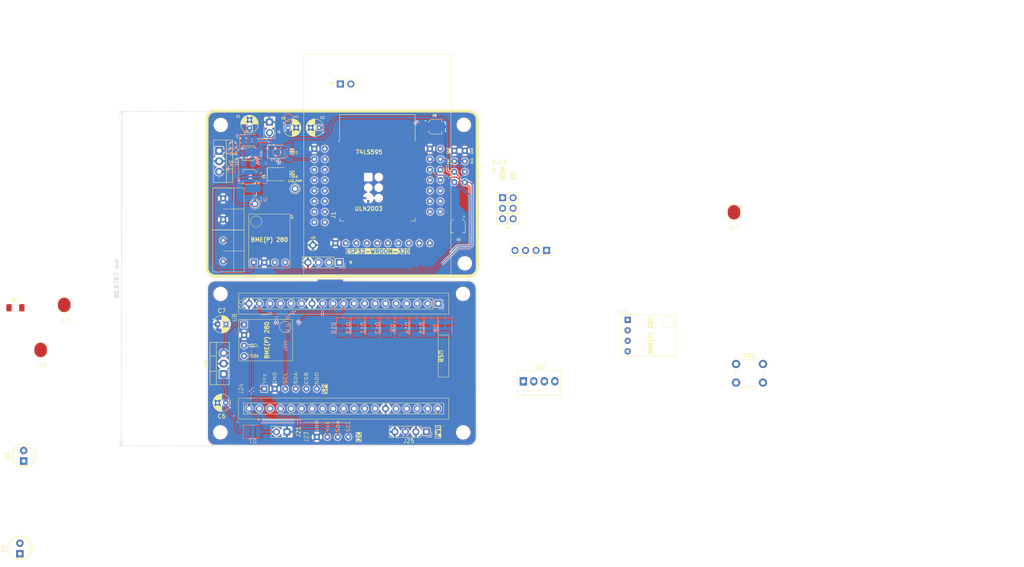
<source format=kicad_pcb>
(kicad_pcb (version 20240108) (generator "pcbnew") (generator_version "8.0")
  (layers (0 "F.Cu" signal) (31 "B.Cu" signal) (34 "B.Paste" user) (35 "F.Paste" user) (36 "B.SilkS" user "B.Silkscreen") (37 "F.SilkS" user "F.Silkscreen") (38 "B.Mask" user) (39 "F.Mask" user) (44 "Edge.Cuts" user))
  (net 0 "")
  (net 1 "GND")
  (net 2 "+3V3")
  (net 3 "+5V")
  (net 4 "/RXD")
  (net 5 "/TXD")
  (net 6 "/SDA")
  (net 7 "/GPIO_33")
  (net 8 "/SCL")
  (net 9 "/OUT3")
  (net 10 "/EN")
  (net 11 "/SOURCE2")
  (net 12 "/SOURCE1")
  (net 13 "/SOURCE3")
  (net 14 "/VDC")
  (net 15 "/DAC1")
  (net 16 "/DAC2")
  (net 17 "/GPIO39")
  (net 18 "/GPIO19")
  (net 19 "/GPIO17")
  (net 20 "/GPIO5")
  (net 21 "/GPIO18")
  (net 22 "/SD_DATA0")
  (net 23 "/ADC2_CH3")
  (net 24 "/SD_DATA3")
  (net 25 "/SD_CMD")
  (net 26 "/SD_CLK")
  (net 27 "/SD_DATA2")
  (net 28 "/SD_DATA1")
  (net 29 "/ADC2_CH0")
  (net 30 "/GPIO23")
  (net 31 "/GPIO36")
  (net 32 "/ADC2_CH2")
  (net 33 "/BOOT")
  (net 34 "/GPIO13")
  (net 35 "/SOURCE4")
  (net 36 "/SOURCE5")
  (net 37 "/SIPO_DATA")
  (net 38 "/SIPO_CLK")
  (net 39 "/SIPO_LATCH")
  (net 40 "/GPIO14")
  (net 41 "/OUT1")
  (net 42 "/VIN")
  (net 45 "Net-(D5-Pad1)")
  (net 46 "Net-(J15-Pin_1)")
  (net 47 "Net-(J19-Pin_1)")
  (net 48 "/OUT2")
  (net 60 "/RX")
  (net 65 "/TX")
  (net 76 "/SCL-2")
  (net 77 "/SDA-2")
  (net 80 "/12V")
  (net 82 "/QB-2")
  (net 83 "/QC-2")
  (net 84 "/QE-2")
  (net 85 "/QA-2")
  (net 86 "/QD-2")
  (net 87 "/QG-2")
  (net 88 "/QH-2")
  (net 89 "/QF-2")
  (net 90 "/SPI-SDO")
  (net 91 "/SPI-CSB")
  (net 92 "/SPI-SCL")
  (net 93 "/SPI-SDA")
  (net 94 "/D23")
  (net 95 "/D18")
  (footprint "Capacitor_THT:CP_Radial_D4.0mm_P2.00mm" (layer "F.Cu") (at 107 44.2 180)
    (property "Reference" "C2")
    (property "Value" "1uF")
  )
  (footprint "LED_SMD:LED_1210_3225Metric_Pad1.42x2.65mm_HandSolder" (layer "F.Cu") (at 97 55.45)
    (property "Reference" "D2")
    (property "Value" "STATUS")
  )
  (footprint "Capacitor_SMD:CP_Elec_3x5.3" (layer "F.Cu") (at 90.3 50.35 180)
    (property "Reference" "C4")
    (property "Value" "0.1uF")
  )
  (footprint "Resistor_SMD:R_1206_3216Metric_Pad1.30x1.75mm_HandSolder" (layer "F.Cu") (at 33.612 87.7585)
    (property "Reference" "R7")
    (property "Value" "4K7")
  )
  (footprint "LED_THT:LED_D5.0mm" (layer "F.Cu") (at 34.7 147.25 90)
    (property "Reference" "D6")
    (property "Value" "LED_STATUS")
  )
  (footprint "Button_Switch_THT:SW_PUSH_6mm" (layer "F.Cu") (at 207.8 101.35)
    (property "Reference" "SW1")
    (property "Value" "SW_Push")
  )
  (footprint "Connector:FanPinHeader_1x04_P2.54mm_Vertical" (layer "F.Cu") (at 156.38 105.55)
    (property "Reference" "J22")
    (property "Value" "Conn_01x04_Pin")
  )
  (footprint "Alexander Footprint Library:Pad_1x01_P2.54_SMD" (layer "F.Cu") (at 39.712 102.098)
    (property "Reference" "J19")
    (property "Value" "LED_PWR")
  )
  (footprint "Alexanddr Footprints Library:ESP32-WROOM-Adapter-Socket-2" (layer "F.Cu") (at 121.1 56.9025)
    (property "Reference" "J1")
    (property "Value" "~")
  )
  (footprint "Alexander Footprint Library:Pad_1x01_P2.54_SMD" (layer "F.Cu") (at 45.412 91.198)
    (property "Reference" "J15")
    (property "Value" "LED_PWR")
  )
  (footprint "MountingHole:MountingHole_3mm" (layer "F.Cu") (at 142 43.5)
    (property "Reference" "H1" (hide yes))
    (property "Value" "MountingHole_Pad")
  )
  (footprint "Connector_PinSocket_2.54mm:PinSocket_1x02_P2.54mm_Vertical" (layer "F.Cu") (at 99.25 117.775 -90)
    (property "Reference" "J21")
    (property "Value" "PWR")
  )
  (footprint "MountingHole:MountingHole_3mm" (layer "F.Cu") (at 83.25 43.53)
    (property "Reference" "H2" (hide yes))
    (property "Value" "MountingHole_Pad")
  )
  (footprint "Alexander Footprints Library:Conn_Terminal_5mm" (layer "F.Cu") (at 83.82 53.69)
    (property "Reference" "J9" (hide yes))
    (property "Value" "Conn_01x02_Socket")
  )
  (footprint "Alexander Footprint Library:Pad_1x01_P2.54_SMD" (layer "F.Cu") (at 207.3 68.7895)
    (property "Reference" "J17")
    (property "Value" "GND")
  )
  (footprint "MountingHole:MountingHole_3mm" (layer "F.Cu") (at 141.85 117.9)
    (property "Reference" "H4" (hide yes))
    (property "Value" "MountingHole_Pad")
  )
  (footprint "Capacitor_THT:CP_Radial_D4.0mm_P2.00mm" (layer "F.Cu") (at 82.5 91.75)
    (property "Reference" "C7")
    (property "Value" "1uF")
  )
  (footprint "Connector_PinSocket_2.54mm:PinSocket_1x04_P2.54mm_Vertical" (layer "F.Cu") (at 132.94 117.75 -90)
    (property "Reference" "J25")
    (property "Value" "PWR_SATA_Conn_01x04")
  )
  (footprint "Capacitor_SMD:CP_Elec_3x5.3" (layer "F.Cu") (at 90.4 56.05 180)
    (property "Reference" "C9")
    (property "Value" "0.1uF")
  )
  (footprint "Alexander Footprint Library:PinSocket_1x01_P2.54" (layer "F.Cu") (at 91.5 65.19)
    (property "Reference" "J7")
    (property "Value" "LED_PWR")
  )
  (footprint "Alexander Footprint Library:Conn_SPI" (layer "F.Cu") (at 88.68 107.35 90)
    (property "Reference" "J24")
    (property "Value" "~")
  )
  (footprint "Connector_PinSocket_2.54mm:PinSocket_1x02_P2.54mm_Vertical" (layer "F.Cu") (at 95.025 42.85)
    (property "Reference" "J2")
    (property "Value" "PWR")
  )
  (footprint "Connector_PinSocket_2.54mm:PinSocket_1x04_P2.54mm_Vertical" (layer "F.Cu") (at 111.94 76.8 -90)
    (property "Reference" "J6")
    (property "Value" "SOURCE")
  )
  (footprint "MountingHole:MountingHole_3mm" (layer "F.Cu") (at 83.15 117.9)
    (property "Reference" "H4" (hide yes))
    (property "Value" "MountingHole_Pad")
  )
  (footprint "Connector_PinSocket_2.54mm:PinSocket_1x04_P2.54mm_Vertical" (layer "F.Cu") (at 162 73.875 -90)
    (property "Reference" "J10" (hide yes))
    (property "Value" "ADC")
  )
  (footprint "Capacitor_SMD:CP_Elec_3x5.3" (layer "F.Cu") (at 140.6 67.85 -90)
    (property "Reference" "C5")
    (property "Value" "0.1uF")
  )
  (footprint "MountingHole:MountingHole_3mm" (layer "F.Cu") (at 141.8 84.4)
    (property "Reference" "H4" (hide yes))
    (property "Value" "MountingHole_Pad")
  )
  (footprint "Capacitor_THT:CP_Radial_D4.0mm_P2.00mm" (layer "F.Cu") (at 99.5 44.2)
    (property "Reference" "C3")
    (property "Value" "1uF")
  )
  (footprint "Alexander Footprint Library:Conn_ESP32_WROOM-DevKit-38pins" (layer "F.Cu") (at 87.54 86.75 -90)
    (property "Reference" "J20")
    (property "Value" "~")
  )
  (footprint "Capacitor_SMD:CP_Elec_3x5.3" (layer "F.Cu") (at 134.9 43.95)
    (property "Reference" "C8")
    (property "Value" "10uF")
  )
  (footprint "Alexander Footprint Library:LD1117" (layer "F.Cu") (at 83.945 103.79 90)
    (property "Reference" "U9")
    (property "Value" "L7805")
  )
  (footprint "Alexander Footprint Library:PinSocket_1x01_P2.54" (layer "F.Cu") (at 101.2 61.52)
    (property "Reference" "J18")
    (property "Value" "LED_PWR")
  )
  (footprint "Alexander Footprint Library:Conn_I2C" (layer "F.Cu") (at 98.84 119 90)
    (property "Reference" "J23")
    (property "Value" "I2C")
  )
  (footprint "Capacitor_THT:CP_Radial_D4.0mm_P2.00mm" (layer "F.Cu") (at 84.4726 110.75 180)
    (property "Reference" "C6")
    (property "Value" "1uF")
  )
  (footprint "Alexander Footprint Library:BME280_BMP280_I2C" (layer "F.Cu") (at 180.3 89.45)
    (property "Reference" "U10")
    (property "Value" "BME(P)280")
  )
  (footprint "MountingHole:MountingHole_3mm" (layer "F.Cu") (at 83.2 84.4)
    (property "Reference" "H4" (hide yes))
    (property "Value" "MountingHole_Pad")
  )
  (footprint "Connector_PinSocket_2.54mm:PinSocket_1x02_P2.54mm_Vertical" (layer "F.Cu") (at 112.15 33.625 90)
    (property "Reference" "J5")
    (property "Value" "DAC")
  )
  (footprint "Alexander Footprint Library:CONN_2x3" (layer "F.Cu") (at 151.36 56.07)
    (property "Reference" "J14")
    (property "Value" "GPIO")
  )
  (footprint "Alexander Footprints Library:Conn_UART" (layer "F.Cu") (at 139.7 42.15)
    (property "Reference" "J3" (hide yes))
    (property "Value" "UART")
  )
  (footprint "Alexander Footprint Library:PinSocket_1x01_P2.54" (layer "F.Cu") (at 105.5 75.19)
    (property "Reference" "J16")
    (property "Value" "GND")
  )
  (footprint "Capacitor_THT:CP_Radial_D4.0mm_P2.00mm" (layer "F.Cu") (at 90.2 44.3 90)
    (property "Reference" "C1")
    (property "Value" "1uF")
  )
  (footprint "Alexander Footprint Library:BME280_BMP280_I2C" (layer "F.Cu") (at 90 78.1 90)
    (property "Reference" "U7")
    (property "Value" "BME(P)280")
  )
  (footprint "Alexander Footprint Library:LD1117" (layer "F.Cu") (at 82.855 49.77 -90)
    (property "Reference" "U4")
    (property "Value" "L7805")
  )
  (footprint "Alexander Footprints Library:Conn_I2C" (layer "F.Cu") (at 142.24 42.15)
    (property "Reference" "J4" (hide yes))
    (property "Value" "I2C")
  )
  (footprint "LED_THT:LED_D5.0mm" (layer "F.Cu") (at 35.612 124.8335 90)
    (property "Reference" "D5")
    (property "Value" "LED_PWR")
  )
  (footprint "Alexander Footprint Library:BME280_BMP280_I2C" (layer "F.Cu") (at 87.6 90.59)
    (property "Reference" "U8")
    (property "Value" "BME(P)280")
  )
  (footprint "LED_SMD:LED_1210_3225Metric_Pad1.42x2.65mm_HandSolder" (layer "F.Cu") (at 97 50)
    (property "Reference" "D1")
    (property "Value" "PWR")
  )
  (footprint "MountingHole:MountingHole_3mm" (layer "F.Cu") (at 142.25 77)
    (property "Reference" "H4" (hide yes))
    (property "Value" "MountingHole_Pad")
  )
  (footprint "Alexander Footprints Library:Conn_Terminal_5mm" (layer "F.Cu") (at 83.82 63.85)
    (property "Reference" "J8" (hide yes))
    (property "Value" "Conn_01x02_Socket")
  )
  (footprint "TestPoint:TestPoint_Pad_D1.5mm" (layer "B.Cu") (at 99.5 41.75 180)
    (property "Reference" "TP4")
    (property "Value" "5V")
  )
  (footprint "LED_SMD:LED_1210_3225Metric_Pad1.42x2.65mm_HandSolder" (layer "B.Cu") (at 127.1 92.65 -90)
    (property "Reference" "D9")
    (property "Value" "PWR")
  )
  (footprint "TestPoint:TestPoint_Pad_D1.5mm" (layer "B.Cu") (at 96.8 50.15 180)
    (property "Reference" "TP3")
    (property "Value" "3V3")
  )
  (footprint "LED_SMD:LED_1210_3225Metric_Pad1.42x2.65mm_HandSolder" (layer "B.Cu") (at 119.9 92.65 -90)
    (property "Reference" "D11")
    (property "Value" "PWR")
  )
  (footprint "Diode_SMD:D_1210_3225Metric" (layer "B.Cu") (at 91 117.75)
    (property "Reference" "D7")
    (property "Value" "D")
  )
  (footprint "LED_SMD:LED_1210_3225Metric_Pad1.42x2.65mm_HandSolder" (layer "B.Cu") (at 134.1 92.65 -90)
    (property "Reference" "D15")
    (property "Value" "PWR")
  )
  (footprint "Resistor_SMD:R_1206_3216Metric_Pad1.30x1.75mm_HandSolder" (layer "B.Cu") (at 99.7 50.25 -90)
    (property "Reference" "R1")
    (property "Value" "10K")
  )
  (footprint "Diode_SMD:D_1210_3225Metric" (layer "B.Cu") (at 90.1 47.4)
    (property "Reference" "D4")
    (property "Value" "D")
  )
  (footprint "LED_SMD:LED_1210_3225Metric_Pad1.42x2.65mm_HandSolder" (layer "B.Cu") (at 130.6 92.65 -90)
    (property "Reference" "D14")
    (property "Value" "PWR")
  )
  (footprint "TestPoint:TestPoint_Pad_D1.5mm" (layer "B.Cu") (at 86.2 48.45 180)
    (property "Reference" "TP1")
    (property "Value" "VIN")
  )
  (footprint "LED_SMD:LED_1210_3225Metric_Pad1.42x2.65mm_HandSolder" (layer "B.Cu") (at 123.5 92.65 -90)
    (property "Reference" "D12")
    (property "Value" "PWR")
  )
  (footprint "TestPoint:TestPoint_Pad_D1.5mm" (layer "B.Cu") (at 85.9 54.15 180)
    (property "Reference" "TP2")
    (property "Value" "GND")
  )
  (footprint "LED_SMD:LED_1210_3225Metric_Pad1.42x2.65mm_HandSolder" (layer "B.Cu") (at 116.4 92.65 -90)
    (property "Reference" "D13")
    (property "Value" "PWR")
  )
  (footprint "LED_SMD:LED_1210_3225Metric_Pad1.42x2.65mm_HandSolder" (layer "B.Cu") (at 112.8 92.65 -90)
    (property "Reference" "D10")
    (property "Value" "PWR")
  )
  (footprint "Package_TO_SOT_SMD:SOT-223-3_TabPin2" (layer "B.Cu") (at 91 55.75 -90)
    (property "Reference" "U1")
    (property "Value" "MAX1726EUK33")
  )
  (footprint "LED_SMD:LED_1210_3225Metric_Pad1.42x2.65mm_HandSolder" (layer "B.Cu") (at 137.5 92.65 -90)
    (property "Reference" "D8")
    (property "Value" "PWR")
  )
  (gr_line (start 145.25 42.11421) (end 145.25 78.085782) (stroke (width 0.75)) (layer "F.SilkS"))
  (gr_line (start 81.914218 40.164218) (end 143.08579 40.164218) (stroke (width 0.75)) (layer "F.SilkS"))
  (gr_arc (start 145.25 78.085782) (mid 144.66422 79.500007) (end 143.25 80.085782) (stroke (width 0.75)) (layer "F.SilkS"))
  (gr_line (start 79.914218 42.11421) (end 79.914218 78.085782) (stroke (width 0.75)) (layer "F.SilkS"))
  (gr_arc (start 81.914218 80.085782) (mid 80.499999 79.500001) (end 79.914218 78.085782) (stroke (width 0.75)) (layer "F.SilkS"))
  (gr_arc (start 143.25 40.25) (mid 144.664214 40.835786) (end 145.25 42.25) (stroke (width 0.75)) (layer "F.SilkS"))
  (gr_arc (start 79.914218 42.164218) (mid 80.499999 40.749999) (end 81.914218 40.164218) (stroke (width 0.75)) (layer "F.SilkS"))
  (gr_line (start 81.914214 80.085782) (end 143.085786 80.085782) (stroke (width 0.75)) (layer "F.SilkS"))
  (gr_line (start 82.014214 80.235786) (end 106.4 80.25) (stroke (width 0.1)) (layer "Edge.Cuts"))
  (gr_line (start 80 42.25) (end 80.014214 78.235786) (stroke (width 0.1)) (layer "Edge.Cuts"))
  (gr_arc (start 79.921321 83.157107) (mid 80.507106 81.742896) (end 81.921321 81.157107) (stroke (width 0.1)) (layer "Edge.Cuts"))
  (gr_line (start 81.921321 121.128679) (end 143.107107 121.142893) (stroke (width 0.1)) (layer "Edge.Cuts"))
  (gr_arc (start 81.921321 121.128679) (mid 80.507101 120.542899) (end 79.921321 119.128679) (stroke (width 0.1)) (layer "Edge.Cuts"))
  (gr_line (start 143.092893 81.157107) (end 113 81.15) (stroke (width 0.1)) (layer "Edge.Cuts"))
  (gr_arc (start 145.107107 119.142893) (mid 144.521321 120.557107) (end 143.107107 121.142893) (stroke (width 0.1)) (layer "Edge.Cuts"))
  (gr_line (start 106.4 81.15) (end 81.921321 81.157107) (stroke (width 0.1)) (layer "Edge.Cuts"))
  (gr_arc (start 143.185786 40.264214) (mid 144.600004 40.849996) (end 145.185786 42.264214) (stroke (width 0.1)) (layer "Edge.Cuts"))
  (gr_line (start 113 80.25) (end 143.185786 80.235786) (stroke (width 0.1)) (layer "Edge.Cuts"))
  (gr_arc (start 82.014214 80.235786) (mid 80.599996 79.650004) (end 80.014214 78.235786) (stroke (width 0.1)) (layer "Edge.Cuts"))
  (gr_line (start 145.185786 42.264214) (end 145.185786 78.235786) (stroke (width 0.1)) (layer "Edge.Cuts"))
  (gr_arc (start 80 42.25) (mid 80.585786 40.835786) (end 82 40.25) (stroke (width 0.1)) (layer "Edge.Cuts"))
  (gr_line (start 145.107107 119.142893) (end 145.092893 83.157107) (stroke (width 0.1)) (layer "Edge.Cuts"))
  (gr_line (start 79.921321 119.128679) (end 79.921321 83.157107) (stroke (width 0.1)) (layer "Edge.Cuts"))
  (gr_line (start 106.4 81.15) (end 106.4 80.25) (stroke (width 0.1)) (layer "Edge.Cuts"))
  (gr_arc (start 145.185786 78.235786) (mid 144.600004 79.650004) (end 143.185786 80.235786) (stroke (width 0.1)) (layer "Edge.Cuts"))
  (gr_arc (start 143.092893 81.157107) (mid 144.507112 81.742888) (end 145.092893 83.157107) (stroke (width 0.1)) (layer "Edge.Cuts"))
  (gr_line (start 113 81.15) (end 113 80.25) (stroke (width 0.1)) (layer "Edge.Cuts"))
  (gr_line (start 143.185786 40.264214) (end 82 40.25) (stroke (width 0.1)) (layer "Edge.Cuts"))
  (gr_text "SCL" (at 90.4 96.85 0) (layer "F.SilkS") (effects (font (size 0.7 0.7) (thickness 0.125) (bold yes)) (justify left)))
  (gr_text "SDA" (at 90.4 99.45 0) (layer "F.SilkS") (effects (font (size 0.7 0.7) (thickness 0.125) (bold yes)) (justify left)))
  (gr_text "PWR" (at 136.4 119.55 90) (layer "F.SilkS" knockout) (effects (font (size 1 1) (thickness 0.25) (bold yes)) (justify left bottom)))
  (gr_text "74LS595" (at 119.057143 50.1 0) (layer "F.SilkS") (effects (font (size 1 1) (thickness 0.2) (bold yes))))
  (gr_text "ULN2003" (at 115.5 64.374 0) (layer "F.SilkS") (effects (font (size 1 1) (thickness 0.2) (bold yes)) (justify left bottom)))
  (dimension (type aligned) (layer "Edge.Cuts") (pts (xy 81.921321 121.128679) (xy 82 40.25)) (height -22.6907) (gr_text "80.8787 mm" (at 58.119973 80.666146 89.94426182) (layer "Edge.Cuts") (effects (font (size 1 1) (thickness 0.15)))) (format (prefix "") (suffix "") (units 3) (units_format 1) (precision 4)) (style (thickness 0.1) (arrow_length 1.27) (text_position_mode 0) (extension_height 0.58642) (extension_offset 0.5) keep_text_aligned))
  (segment (start 84.21 66) (end 83.82 66.39) (width 0.5) (layer "F.Cu") (net 1))
  (segment (start 95.5 54.8625) (end 95.5125 54.85) (width 0.25) (layer "F.Cu") (net 1))
  (segment (start 95.5 55.4625) (end 95.5125 55.45) (width 0.25) (layer "F.Cu") (net 1))
  (segment (start 91.5 59.65) (end 91.9 59.25) (width 0.5) (layer "F.Cu") (net 2))
  (segment (start 90.08 108.57) (end 90.08 112.15) (width 0.5) (layer "F.Cu") (net 2))
  (segment (start 91.3 107.35) (end 90.08 108.57) (width 0.5) (layer "F.Cu") (net 2))
  (segment (start 91.9 59.25) (end 91.9 56.05) (width 0.5) (layer "F.Cu") (net 2))
  (segment (start 130.5 42.95) (end 131.5 43.95) (width 0.5) (layer "F.Cu") (net 2))
  (segment (start 131.5 43.95) (end 133.4 43.95) (width 0.5) (layer "F.Cu") (net 2))
  (segment (start 93.76 107.35) (end 91.3 107.35) (width 0.5) (layer "F.Cu") (net 2))
  (segment (start 91.5 62.62) (end 91.5 59.65) (width 0.5) (layer "F.Cu") (net 2))
  (segment (start 98.4875 50) (end 101.05 50) (width 0.5) (layer "F.Cu") (net 2))
  (via (at 130.5 42.95) (size 0.8) (drill 0.4) (layers "F.Cu" "B.Cu") (net 2))
  (segment (start 96.075 48.7) (end 97.525 48.7) (width 0.5) (layer "B.Cu") (net 2))
  (segment (start 109.408578 44.2) (end 107 44.2) (width 0.5) (layer "B.Cu") (net 2))
  (segment (start 93.21 115.25) (end 101 115.25) (width 0.5) (layer "B.Cu") (net 2))
  (segment (start 81.3 75.997918) (end 81.3 59.75104) (width 0.5) (layer "B.Cu") (net 2))
  (segment (start 93.3 54.905025) (end 93.3 52.6) (width 0.5) (layer "B.Cu") (net 2))
  (segment (start 100 48.7) (end 100 48.03033) (width 0.5) (layer "B.Cu") (net 2))
  (segment (start 137.9 51.55) (end 138.66 52.31) (width 0.5) (layer "B.Cu") (net 2))
  (segment (start 109 117.5) (end 109 119) (width 0.5) (layer "B.Cu") (net 2))
  (segment (start 84.202081 78.9) (end 89.990883 78.9) (width 0.5) (layer "B.Cu") (net 2))
  (segment (start 109.75 45) (end 109.75 44.141421) (width 0.5) (layer "B.Cu") (net 2))
  (segment (start 109.75 43.858578) (end 109.75 44.141421) (width 0.5) (layer "B.Cu") (net 2))
  (segment (start 138.66 52.31) (end 139.7 52.31) (width 0.5) (layer "B.Cu") (net 2))
  (segment (start 104.722182 46.75) (end 106.277817 46.75) (width 0.5) (layer "B.Cu") (net 2))
  (segment (start 139.7 52.31) (end 142.24 52.31) (width 0.5) (layer "B.Cu") (net 2))
  (segment (start 129.1 41.75) (end 136.8 41.75) (width 0.5) (layer "B.Cu") (net 2))
  (segment (start 112.31066 41.75) (end 129.1 41.75) (width 0.5) (layer "B.Cu") (net 2))
  (segment (start 88.207106 62.75) (end 91.5 62.75) (width 0.5) (layer "B.Cu") (net 2))
  (segment (start 86.5 61.042893) (end 86.5 57.5) (width 0.5) (layer "B.Cu") (net 2))
  (segment (start 106.277817 46.75) (end 108 46.75) (width 0.5) (layer "B.Cu") (net 2))
  (segment (start 101 115.25) (end 102.5 116.75) (width 0.5) (layer "B.Cu") (net 2))
  (segment (start 137.9 42.85) (end 137.9 51.55) (width 0.5) (layer "B.Cu") (net 2))
  (segment (start 91.22 77.670883) (end 91.22 76.8) (width 0.5) (layer "B.Cu") (net 2))
  (segment (start 89.455634 56.1) (end 92.105025 56.1) (width 0.5) (layer "B.Cu") (net 2))
  (segment (start 96.075 48.7) (end 95.177817 48.7) (width 0.5) (layer "B.Cu") (net 2))
  (segment (start 90.11 112.15) (end 93.21 115.25) (width 0.5) (layer "B.Cu") (net 2))
  (segment (start 136.8 41.75) (end 137.9 42.85) (width 0.5) (layer "B.Cu") (net 2))
  (segment (start 108.25 116.75) (end 109 117.5) (width 0.5) (layer "B.Cu") (net 2))
  (segment (start 104.722182 46.75) (end 101.28033 46.75) (width 0.5) (layer "B.Cu") (net 2))
  (segment (start 110.015165 42.984834) (end 110.5 42.5) (width 0.5) (layer "B.Cu") (net 2))
  (segment (start 108 46.75) (end 109.75 45) (width 0.5) (layer "B.Cu") (net 2))
  (segment (start 96.8 49.425) (end 96.8 50.15) (width 0.25) (layer "B.Cu") (net 2))
  (segment (start 109.75 43.858578) (end 109.75 43.625) (width 0.5) (layer "B.Cu") (net 2))
  (segment (start 93.3 52.6) (end 93.3 50.577817) (width 0.5) (layer "B.Cu") (net 2))
  (segment (start 82.75104 58.3) (end 84.144365 58.3) (width 0.5) (layer "B.Cu") (net 2))
  (segment (start 130.5 42.95) (end 129.3 41.75) (width 0.5) (layer "B.Cu") (net 2))
  (segment (start 102.5 116.75) (end 108.25 116.75) (width 0.5) (layer "B.Cu") (net 2))
  (segment (start 129.3 41.75) (end 129.1 41.75) (width 0.5) (layer "B.Cu") (net 2))
  (segment (start 100 48.7) (end 97.525 48.7) (width 0.5) (layer "B.Cu") (net 2))
  (arc (start 93.3 54.905025) (mid 93.209037 55.362322) (end 92.95 55.75) (width 0.5) (layer "B.Cu") (net 2))
  (arc (start 86.8 57.2) (mid 85.581584 58.014119) (end 84.144365 58.3) (width 0.5) (layer "B.Cu") (net 2))
  (arc (start 89.455634 56.1) (mid 88.018415 56.38588) (end 86.8 57.2) (width 0.5) (layer "B.Cu") (net 2))
  (arc (start 86.5 61.042893) (mid 86.629945 61.696174) (end 87 62.25) (width 0.5) (layer "B.Cu") (net 2))
  (arc (start 82.75104 58.3) (mid 82.195751 58.410453) (end 81.725 58.725) (width 0.5) (layer "B.Cu") (net 2))
  (arc (start 92.95 55.75) (mid 92.562322 56.009037) (end 92.105025 56.1) (width 0.5) (layer "B.Cu") (net 2))
  (arc (start 109.75 43.625) (mid 109.818914 43.278544) (end 110.015165 42.984834) (width 0.5) (layer "B.Cu") (net 2))
  (arc (start 95.177817 48.7) (mid 94.459207 48.84294) (end 93.85 49.25) (width 0.5) (layer "B.Cu") (net 2))
  (arc (start 96.8 49.425) (mid 96.587652 48.912347) (end 96.075 48.7) (width 0.25) (layer "B.Cu") (net 2))
  (arc (start 82.15 78.05) (mid 83.091502 78.679092) (end 84.202081 78.9) (width 0.5) (layer "B.Cu") (net 2))
  (arc (start 109.75 44.141421) (mid 109.713838 44.087301) (end 109.65 44.1) (width 0.5) (layer "B.Cu") (net 2))
  (arc (start 93.85 49.25) (mid 93.44294 49.859207) (end 93.3 50.577817) (width 0.5) (layer "B.Cu") (net 2))
  (arc (start 90.86 78.54) (mid 90.461245 78.806439) (end 89.990883 78.9) (width 0.5) (layer "B.Cu") (net 2))
  (arc (start 109.65 44.1) (mid 109.539234 44.17401) (end 109.408578 44.2) (width 0.5) (layer "B.Cu") (net 2))
  (arc (start 87 62.25) (mid 87.553825 62.620054) (end 88.207106 62.75) (width 0.5) (layer "B.Cu") (net 2))
  (arc (start 81.725 58.725) (mid 81.410453 59.195751) (end 81.3 59.75104) (width 0.5) (layer "B.Cu") (net 2))
  (arc (start 101.28033 46.75) (mid 100.790368 46.847459) (end 100.375 47.125) (width 0.5) (layer "B.Cu") (net 2))
  (arc (start 91.22 77.670883) (mid 91.126439 78.141245) (end 90.86 78.54) (width 0.5) (layer "B.Cu") (net 2))
  (arc (start 110.5 42.5) (mid 111.330737 41.944918) (end 112.31066 41.75) (width 0.5) (layer "B.Cu") (net 2))
  (arc (start 109.65 44.1) (mid 109.72401 43.989234) (end 109.75 43.858578) (width 0.5) (layer "B.Cu") (net 2))
  (arc (start 100.375 47.125) (mid 100.097459 47.540368) (end 100 48.03033) (width 0.5) (layer "B.Cu") (net 2))
  (arc (start 81.3 75.997918) (mid 81.520907 77.108496) (end 82.15 78.05) (width 0.5) (layer "B.Cu") (net 2))
  (segment (start 99.5 45.693413) (end 99.5 44.2) (width 0.5) (layer "F.Cu") (net 3))
  (segment (start 98.6375 46.9625) (end 99.2125 46.3875) (width 0.5) (layer "F.Cu") (net 3))
  (segment (start 83.945 98.71) (end 86.21 98.71) (width 0.5) (layer "F.Cu") (net 3))
  (segment (start 86.75 99.25) (end 86.75 100) (width 0.5) (layer "F.Cu") (net 3))
  (segment (start 127.86 116.39) (end 129 115.25) (width 0.5) (layer "F.Cu") (net 3))
  (segment (start 129 115.25) (end 135.25 115.25) (width 0.5) (layer "F.Cu") (net 3))
  (segment (start 135.81 114.69) (end 135.81 112.15) (width 0.5) (layer "F.Cu") (net 3))
  (segment (start 86.75 114.25) (end 87.75 115.25) (width 0.5) (layer "F.Cu") (net 3))
  (segment (start 86.75 100) (end 86.75 114.25) (width 0.5) (layer "F.Cu") (net 3))
  (segment (start 88.1 47.25) (end 97.943413 47.25) (width 0.5) (layer "F.Cu") (net 3))
  (segment (start 84.9 54.85) (end 85.4 54.35) (width 0.5) (layer "F.Cu") (net 3))
  (segment (start 85.4 54.35) (end 85.4 49.95) (width 0.5) (layer "F.Cu") (net 3))
  (segment (start 127.86 118.65) (end 127.86 116.39) (width 0.5) (layer "F.Cu") (net 3))
  (segment (start 86.21 98.71) (end 86.75 99.25) (width 0.5) (layer "F.Cu") (net 3))
  (segment (start 135.25 115.25) (end 135.81 114.69) (width 0.5) (layer "F.Cu") (net 3))
  (segment (start 82.855 54.85) (end 84.9 54.85) (width 0.5) (layer "F.Cu") (net 3))
  (segment (start 85.4 49.95) (end 88.1 47.25) (width 0.5) (layer "F.Cu") (net 3))
  (segment (start 87.75 115.25) (end 129 115.25) (width 0.5) (layer "F.Cu") (net 3))
  (arc (start 97.943413 47.25) (mid 98.31905 47.175281) (end 98.6375 46.9625) (width 0.5) (layer "F.Cu") (net 3))
  (arc (start 99.5 45.693413) (mid 99.425281 46.06905) (end 99.2125 46.3875) (width 0.5) (layer "F.Cu") (net 3))
  (segment (start 83.945 97.305) (end 84.5 96.75) (width 0.5) (layer "B.Cu") (net 3))
  (segment (start 84.5 94.05) (end 84.5 91.75) (width 0.5) (layer "B.Cu") (net 3))
  (segment (start 88.9 91.81) (end 86.74 91.81) (width 0.5) (layer "B.Cu") (net 3))
  (segment (start 83.945 98.71) (end 83.945 97.305) (width 0.5) (layer "B.Cu") (net 3))
  (segment (start 86.74 91.81) (end 84.5 94.05) (width 0.5) (layer "B.Cu") (net 3))
  (segment (start 84.5 96.75) (end 84.5 94.05) (width 0.5) (layer "B.Cu") (net 3))
  (segment (start 99.5 42.25) (end 99.5 44.2) (width 0.25) (layer "B.Cu") (net 3))
  (segment (start 139.7 57.35) (end 139.7 57.39) (width 0.25) (layer "F.Cu") (net 4))
  (segment (start 140.3 57.45) (end 139.3 57.45) (width 0.25) (layer "F.Cu") (net 4))
  (segment (start 139.04 57.39) (end 139.7 57.39) (width 0.25) (layer "F.Cu") (net 4))
  (segment (start 143.1 72.15) (end 142.918198 72.331802) (width 0.25) (layer "B.Cu") (net 4))
  (segment (start 134.413604 78.15) (end 131.8 78.15) (width 0.25) (layer "B.Cu") (net 4))
  (segment (start 140.231802 72.331802) (end 134.413604 78.15) (width 0.25) (layer "B.Cu") (net 4))
  (segment (start 131.8 78.15) (end 131.4 77.75) (width 0.25) (layer "B.Cu") (net 4))
  (segment (start 143.1 60.79) (end 143.1 72.15) (width 0.25) (layer "B.Cu") (net 4))
  (segment (start 137.96 55.65) (end 139.7 57.39) (width 0.25) (layer "B.Cu") (net 4))
  (segment (start 133.8 54.3625) (end 135.0875 55.65) (width 0.25) (layer "B.Cu") (net 4))
  (segment (start 135.0875 55.65) (end 137.96 55.65) (width 0.25) (layer "B.Cu") (net 4))
  (segment (start 139.7 57.39) (end 143.1 60.79) (width 0.25) (layer "B.Cu") (net 4))
  (segment (start 142.918198 72.331802) (end 140.231802 72.331802) (width 0.25) (layer "B.Cu") (net 4))
  (segment (start 143.4 73.25) (end 140.7 73.25) (width 0.25) (layer "F.Cu") (net 5))
  (segment (start 138 52.25) (end 137.5725 51.8225) (width 0.25) (layer "F.Cu") (net 5))
  (segment (start 143.453 56.303) (end 144 56.85) (width 0.25) (layer "F.Cu") (net 5))
  (segment (start 144 56.85) (end 144 72.65) (width 0.25) (layer "F.Cu") (net 5))
  (segment (start 139.7 54.85) (end 141.153 56.303) (width 0.25) (layer "F.Cu") (net 5))
  (segment (start 141.153 56.303) (end 143.453 56.303) (width 0.25) (layer "F.Cu") (net 5))
  (segment (start 139.7 54.85) (end 138.3 54.85) (width 0.25) (layer "F.Cu") (net 5))
  (segment (start 144 72.65) (end 143.4 73.25) (width 0.25) (layer "F.Cu") (net 5))
  (segment (start 137.5725 51.8225) (end 136.34 51.8225) (width 0.25) (layer "F.Cu") (net 5))
  (segment (start 140.7 73.25) (end 136.9 77.05) (width 0.25) (layer "F.Cu") (net 5))
  (segment (start 138 54.55) (end 138 52.25) (width 0.25) (layer "F.Cu") (net 5))
  (segment (start 138.3 54.85) (end 138 54.55) (width 0.25) (layer "F.Cu") (net 5))
  (segment (start 139.7 54.85) (end 139.5 54.85) (width 0.25) (layer "F.Cu") (net 5))
  (segment (start 142.24 54.85) (end 142.24 55.51) (width 0.25) (layer "F.Cu") (net 6))
  (segment (start 98.84 76.8) (end 98.84 78.09) (width 0.25) (layer "B.Cu") (net 6))
  (segment (start 141 57.95) (end 141 56.09) (width 0.25) (layer "B.Cu") (net 6))
  (segment (start 130.14 78.09) (end 130.7 78.65) (width 0.25) (layer "B.Cu") (net 6))
  (segment (start 140.990501 53.600501) (end 142.24 54.85) (width 0.25) (layer "B.Cu") (net 6))
  (segment (start 136.34 54.3625) (end 137.101999 53.600501) (width 0.25) (layer "B.Cu") (net 6))
  (segment (start 143.281802 72.781802) (end 143.55 72.513604) (width 0.25) (layer "B.Cu") (net 6))
  (segment (start 99.4 78.65) (end 130.7 78.65) (width 0.25) (layer "B.Cu") (net 6))
  (segment (start 130.7 78.65) (end 134.55 78.65) (width 0.25) (layer "B.Cu") (net 6))
  (segment (start 143.55 72.513604) (end 143.55 60.5) (width 0.25) (layer "B.Cu") (net 6))
  (segment (start 143.55 60.5) (end 141 57.95) (width 0.25) (layer "B.Cu") (net 6))
  (segment (start 140.418198 72.781802) (end 143.281802 72.781802) (width 0.25) (layer "B.Cu") (net 6))
  (segment (start 98.84 78.09) (end 99.4 78.65) (width 0.25) (layer "B.Cu") (net 6))
  (segment (start 141 56.09) (end 142.24 54.85) (width 0.25) (layer "B.Cu") (net 6))
  (segment (start 137.101999 53.600501) (end 140.990501 53.600501) (width 0.25) (layer "B.Cu") (net 6))
  (segment (start 134.55 78.65) (end 140.418198 72.781802) (width 0.25) (layer "B.Cu") (net 6))
  (segment (start 135.1 55.15) (end 135.6 55.65) (width 0.25) (layer "F.Cu") (net 8))
  (segment (start 133.8 51.8225) (end 135.1 53.1225) (width 0.25) (layer "F.Cu") (net 8))
  (segment (start 141.603604 57.39) (end 142.24 57.39) (width 0.25) (layer "F.Cu") (net 8))
  (segment (start 143.231802 72.781802) (end 140.368198 72.781802) (width 0.25) (layer "F.Cu") (net 8))
  (segment (start 143.5 72.513604) (end 143.231802 72.781802) (width 0.25) (layer "F.Cu") (net 8))
  (segment (start 137.3 55.65) (end 137.8 56.15) (width 0.25) (layer "F.Cu") (net 8))
  (segment (start 135.1 53.1225) (end 135.1 55.15) (width 0.25) (layer "F.Cu") (net 8))
  (segment (start 142.24 57.39) (end 143.5 58.65) (width 0.25) (layer "F.Cu") (net 8))
  (segment (start 135.6 55.65) (end 137.3 55.65) (width 0.25) (layer "F.Cu") (net 8))
  (segment (start 140.368198 72.781802) (end 138.9 74.25) (width 0.25) (layer "F.Cu") (net 8))
  (segment (start 143.5 58.65) (end 143.5 72.513604) (width 0.25) (layer "F.Cu") (net 8))
  (segment (start 140.363604 56.15) (end 141.603604 57.39) (width 0.25) (layer "F.Cu") (net 8))
  (segment (start 137.8 56.15) (end 140.363604 56.15) (width 0.25) (layer "F.Cu") (net 8))
  (segment (start 140.6 73.3) (end 143.4 73.3) (width 0.25) (layer "B.Cu") (net 8))
  (segment (start 144 72.7) (end 144 57.95) (width 0.25) (layer "B.Cu") (net 8))
  (segment (start 144 57.95) (end 143.44 57.39) (width 0.25) (layer "B.Cu") (net 8))
  (segment (start 96.3 78.45) (end 96.95 79.1) (width 0.25) (layer "B.Cu") (net 8))
  (segment (start 96.95 79.1) (end 134.8 79.1) (width 0.25) (layer "B.Cu") (net 8))
  (segment (start 143.44 57.39) (end 142.24 57.39) (width 0.25) (layer "B.Cu") (net 8))
  (segment (start 134.8 79.1) (end 140.6 73.3) (width 0.25) (layer "B.Cu") (net 8))
  (segment (start 143.4 73.3) (end 144 72.7) (width 0.25) (layer "B.Cu") (net 8))
  (segment (start 96.3 76.8) (end 96.3 78.45) (width 0.25) (layer "B.Cu") (net 8))
  (segment (start 91.8 52.25) (end 92.3 52.75) (width 0.25) (layer "F.Cu") (net 10))
  (segment (start 92.3 52.75) (end 96.9 52.75) (width 0.25) (layer "F.Cu") (net 10))
  (segment (start 96.9 52.75) (end 97.2 52.45) (width 0.25) (layer "F.Cu") (net 10))
  (segment (start 91.8 50.35) (end 91.8 52.25) (width 0.25) (layer "F.Cu") (net 10))
  (via (at 97.2 52.45) (size 0.8) (drill 0.4) (layers "F.Cu" "B.Cu") (net 10))
  (segment (start 101.4 51.8) (end 101.45 51.8) (width 0.25) (layer "B.Cu") (net 10))
  (segment (start 105.86 51.8225) (end 101.4225 51.8225) (width 0.25) (layer "B.Cu") (net 10))
  (segment (start 99.7 51.8) (end 101.4 51.8) (width 0.25) (layer "B.Cu") (net 10))
  (segment (start 97.2 52.45) (end 97.85 51.8) (width 0.25) (layer "B.Cu") (net 10))
  (segment (start 97.85 51.8) (end 99.7 51.8) (width 0.25) (layer "B.Cu") (net 10))
  (segment (start 101.4225 51.8225) (end 101.4 51.8) (width 0.25) (layer "B.Cu") (net 10))
  (segment (start 86.37 71.47) (end 88 73.1) (width 0.5) (layer "F.Cu") (net 11))
  (segment (start 88 73.1) (end 99 73.1) (width 0.5) (layer "F.Cu") (net 11))
  (segment (start 83.82 71.47) (end 86.37 71.47) (width 0.5) (layer "F.Cu") (net 11))
  (segment (start 86.275 76.55) (end 88.075 74.75) (width 0.5) (layer "F.Cu") (net 12))
  (segment (start 83.82 76.55) (end 86.275 76.55) (width 0.5) (layer "F.Cu") (net 12))
  (segment (start 88.075 74.75) (end 99.75 74.75) (width 0.5) (layer "F.Cu") (net 12))
  (segment (start 96.71 117.775) (end 92.425 117.775) (width 0.5) (layer "B.Cu") (net 14))
  (segment (start 92.425 117.775) (end 92.4 117.75) (width 0.5) (layer "B.Cu") (net 14))
  (segment (start 95.025 46.674479) (end 95.025 45.39) (width 0.5) (layer "B.Cu") (net 14))
  (segment (start 94.299479 47.4) (end 91.5 47.4) (width 0.5) (layer "B.Cu") (net 14))
  (arc (start 95.025 46.674479) (mid 94.969773 46.952124) (end 94.8125 47.1875) (width 0.5) (layer "B.Cu") (net 14))
  (arc (start 94.8125 47.1875) (mid 94.577124 47.344773) (end 94.299479 47.4) (width 0.5) (layer "B.Cu") (net 14))
  (segment (start 136.34 64.5225) (end 138.7725 64.5225) (width 0.25) (layer "F.Cu") (net 33))
  (segment (start 138.7725 64.5225) (end 140.6 66.35) (width 0.25) (layer "F.Cu") (net 33))
  (segment (start 89.5 46.25) (end 87.71 46.25) (width 0.5) (layer "F.Cu") (net 42))
  (segment (start 87.71 46.25) (end 84.19 49.77) (width 0.5) (layer "F.Cu") (net 42))
  (segment (start 90.2 45.55) (end 89.5 46.25) (width 0.5) (layer "F.Cu") (net 42))
  (segment (start 84.19 49.77) (end 82.855 49.77) (width 0.5) (layer "F.Cu") (net 42))
  (segment (start 90.2 44.3) (end 90.2 45.55) (width 0.5) (layer "F.Cu") (net 42))
  (segment (start 88.7 50.546446) (end 88.7 51.253553) (width 0.5) (layer "B.Cu") (net 42))
  (segment (start 84.4726 112.4726) (end 84.4726 109.5) (width 0.5) (layer "B.Cu") (net 42))
  (segment (start 88.7 45.153553) (end 88.7 47.4) (width 0.5) (layer "B.Cu") (net 42))
  (segment (start 86.2 49.11) (end 86.2 48.45) (width 0.25) (layer "B.Cu") (net 42))
  (segment (start 88.45 50.65) (end 88.2 50.4) (width 0.5) (layer "B.Cu") (net 42))
  (segment (start 88.7 50.546446) (end 88.7 47.4) (width 0.5) (layer "B.Cu") (net 42))
  (segment (start 84.4726 107.0826) (end 83.945 106.555) (width 0.5) (layer "B.Cu") (net 42))
  (segment (start 83.945 106.555) (end 83.945 103.79) (width 0.5) (layer "B.Cu") (net 42))
  (segment (start 88.45 50.65) (end 88.054368 50.254368) (width 0.5) (layer "B.Cu") (net 42))
  (segment (start 87.5 117.75) (end 87 117.25) (width 0.5) (layer "B.Cu") (net 42))
  (segment (start 89.553553 44.3) (end 90.2 44.3) (width 0.5) (layer "B.Cu") (net 42))
  (segment (start 84.4726 109.5) (end 84.4726 107.0826) (width 0.5) (layer "B.Cu") (net 42))
  (segment (start 88.7 51.253553) (end 88.7 52.6) (width 0.5) (layer "B.Cu") (net 42))
  (segment (start 89.6 117.75) (end 87.5 117.75) (width 0.5) (layer "B.Cu") (net 42))
  (segment (start 87 117.25) (end 87 115) (width 0.5) (layer "B.Cu") (net 42))
  (segment (start 87 115) (end 84.4726 112.4726) (width 0.5) (layer "B.Cu") (net 42))
  (segment (start 86.86 49.77) (end 85.54 49.77) (width 0.5) (layer "B.Cu") (net 42))
  (segment (start 86.885 49.77) (end 86.86 49.77) (width 0.5) (layer "B.Cu") (net 42))
  (segment (start 85.54 49.77) (end 82.855 49.77) (width 0.5) (layer "B.Cu") (net 42))
  (arc (start 89.553553 44.3) (mid 89.226912 44.364972) (end 88.95 44.55) (width 0.5) (layer "B.Cu") (net 42))
  (arc (start 86.2 49.11) (mid 86.393309 49.57669) (end 86.86 49.77) (width 0.25) (layer "B.Cu") (net 42))
  (arc (start 88.7 51.253553) (mid 88.635027 50.926912) (end 88.45 50.65) (width 0.5) (layer "B.Cu") (net 42))
  (arc (start 88.45 50.65) (mid 88.45 50.65) (end 88.45 50.65) (width 0.5) (layer "B.Cu") (net 42))
  (arc (start 88.45 50.65) (mid 88.609596 50.681745) (end 88.7 50.546446) (width 0.5) (layer "B.Cu") (net 42))
  (arc (start 88.054368 50.254368) (mid 87.517857 49.895883) (end 86.885 49.77) (width 0.5) (layer "B.Cu") (net 42))
  (arc (start 88.95 44.55) (mid 88.764972 44.826912) (end 88.7 45.153553) (width 0.5) (layer "B.Cu") (net 42))
  (segment (start 90.56 96.89) (end 88.9 96.89) (width 0.25) (layer "F.Cu") (net 76))
  (segment (start 92.413604 89.7) (end 90.9 91.213604) (width 0.25) (layer "F.Cu") (net 76))
  (segment (start 95.16 86.75) (end 95.16 89.19) (width 0.25) (layer "F.Cu") (net 76))
  (segment (start 90.9 91.213604) (end 90.9 96.55) (width 0.25) (layer "F.Cu") (net 76))
  (segment (start 95.19 86.75) (end 95.16 86.75) (width 0.25) (layer "F.Cu") (net 76))
  (segment (start 90.9 96.55) (end 90.56 96.89) (width 0.25) (layer "F.Cu") (net 76))
  (segment (start 94.65 89.7) (end 92.413604 89.7) (width 0.25) (layer "F.Cu") (net 76))
  (segment (start 95.16 89.19) (end 94.65 89.7) (width 0.25) (layer "F.Cu") (net 76))
  (segment (start 96.5 110.65) (end 96.5 113.425) (width 0.25) (layer "B.Cu") (net 76))
  (segment (start 96.5 113.425) (end 97.3 114.225) (width 0.25) (layer "B.Cu") (net 76))
  (segment (start 90.54 96.89) (end 90.9 97.25) (width 0.25) (layer "B.Cu") (net 76))
  (segment (start 102.975 115.725) (end 113.175 115.725) (width 0.25) (layer "B.Cu") (net 76))
  (segment (start 88.9 96.89) (end 90.54 96.89) (width 0.25) (layer "B.Cu") (net 76))
  (segment (start 95.4 109.55) (end 96.5 110.65) (width 0.25) (layer "B.Cu") (net 76))
  (segment (start 91.3 109.55) (end 95.4 109.55) (width 0.25) (layer "B.Cu") (net 76))
  (segment (start 97.3 114.225) (end 101.475 114.225) (width 0.25) (layer "B.Cu") (net 76))
  (segment (start 90.9 97.25) (end 90.9 109.15) (width 0.25) (layer "B.Cu") (net 76))
  (segment (start 101.475 114.225) (end 102.975 115.725) (width 0.25) (layer "B.Cu") (net 76))
  (segment (start 114.08 116.63) (end 114.08 119) (width 0.25) (layer "B.Cu") (net 76))
  (segment (start 113.175 115.725) (end 114.08 116.63) (width 0.25) (layer "B.Cu") (net 76))
  (segment (start 90.9 109.15) (end 91.3 109.55) (width 0.25) (layer "B.Cu") (net 76))
  (segment (start 90.6 97.486396) (end 90.6 98.85) (width 0.25) (layer "F.Cu") (net 77))
  (segment (start 90.02 99.43) (end 88.9 99.43) (width 0.25) (layer "F.Cu") (net 77))
  (segment (start 102.81 86.75) (end 99.41 90.15) (width 0.25) (layer "F.Cu") (net 77))
  (segment (start 91.35 91.4) (end 91.35 96.736396) (width 0.25) (layer "F.Cu") (net 77))
  (segment (start 99.41 90.15) (end 92.6 90.15) (width 0.25) (layer "F.Cu") (net 77))
  (segment (start 91.35 96.736396) (end 90.6 97.486396) (width 0.25) (layer "F.Cu") (net 77))
  (segment (start 90.6 98.85) (end 90.02 99.43) (width 0.25) (layer "F.Cu") (net 77))
  (segment (start 92.6 90.15) (end 91.35 91.4) (width 0.25) (layer "F.Cu") (net 77))
  (segment (start 111.54 116.99) (end 111.54 119) (width 0.25) (layer "B.Cu") (net 77))
  (segment (start 93.9 110.75) (end 93.9 113.65) (width 0.25) (layer "B.Cu") (net 77))
  (segment (start 93.9 113.65) (end 94.925 114.675) (width 0.25) (layer "B.Cu") (net 77))
  (segment (start 89.98 99.43) (end 90.42 99.87) (width 0.25) (layer "B.Cu") (net 77))
  (segment (start 102.75 116.175) (end 110.725 116.175) (width 0.25) (layer "B.Cu") (net 77))
  (segment (start 94.925 114.675) (end 101.25 114.675) (width 0.25) (layer "B.Cu") (net 77))
  (segment (start 110.725 116.175) (end 111.54 116.99) (width 0.25) (layer "B.Cu") (net 77))
  (segment (start 90.42 109.37) (end 91.1 110.05) (width 0.25) (layer "B.Cu") (net 77))
  (segment (start 101.25 114.675) (end 102.75 116.175) (width 0.25) (layer "B.Cu") (net 77))
  (segment (start 93.2 110.05) (end 93.9 110.75) (width 0.25) (layer "B.Cu") (net 77))
  (segment (start 91.1 110.05) (end 93.2 110.05) (width 0.25) (layer "B.Cu") (net 77))
  (segment (start 88.9 99.43) (end 89.98 99.43) (width 0.25) (layer "B.Cu") (net 77))
  (segment (start 90.42 99.87) (end 90.42 109.37) (width 0.25) (layer "B.Cu") (net 77))
  (segment (start 97.6 94.85) (end 97.6 93.85) (width 0.25) (layer "F.Cu") (net 90))
  (segment (start 107.86 92.79) (end 107.86 86.75) (width 0.25) (layer "F.Cu") (net 90))
  (segment (start 106.46 103.71) (end 97.6 94.85) (width 0.25) (layer "F.Cu") (net 90))
  (segment (start 106.46 107.35) (end 106.46 103.71) (width 0.25) (layer "F.Cu") (net 90))
  (segment (start 107.3 93.35) (end 107.86 92.79) (width 0.25) (layer "F.Cu") (net 90))
  (segment (start 97.6 93.85) (end 98.1 93.35) (width 0.25) (layer "F.Cu") (net 90))
  (segment (start 98.1 93.35) (end 107.3 93.35) (width 0.25) (layer "F.Cu") (net 90))
  (segment (start 102.1 91.25) (end 101.3 92.05) (width 0.25) (layer "F.Cu") (net 91))
  (segment (start 101.3 92.05) (end 97.8 92.05) (width 0.25) (layer "F.Cu") (net 91))
  (segment (start 97.15 95.036396) (end 103.92 101.806396) (width 0.25) (layer "F.Cu") (net 91))
  (segment (start 97.8 92.05) (end 97.15 92.7) (width 0.25) (layer "F.Cu") (net 91))
  (segment (start 97.15 92.7) (end 97.15 95.036396) (width 0.25) (layer "F.Cu") (net 91))
  (segment (start 103.92 101.806396) (end 103.92 107.35) (width 0.25) (layer "F.Cu") (net 91))
  (via (at 102.1 91.25) (size 0.8) (drill 0.4) (layers "F.Cu" "B.Cu") (net 91))
  (segment (start 104 89.35) (end 112.2 89.35) (width 0.25) (layer "B.Cu") (net 91))
  (segment (start 102.1 91.25) (end 104 89.35) (width 0.25) (layer "B.Cu") (net 91))
  (segment (start 112.2 89.35) (end 112.94 88.61) (width 0.25) (layer "B.Cu") (net 91))
  (segment (start 112.94 88.61) (end 112.94 86.75) (width 0.25) (layer "B.Cu") (net 91))
  (segment (start 98.84 96.11) (end 98.84 107.35) (width 0.25) (layer "B.Cu") (net 92))
  (segment (start 109.8 88.85) (end 100.2 88.85) (width 0.25) (layer "B.Cu") (net 92))
  (segment (start 110.4 86.75) (end 110.4 88.25) (width 0.25) (layer "B.Cu") (net 92))
  (segment (start 100.2 88.85) (end 99.5 89.55) (width 0.25) (layer "B.Cu") (net 92))
  (segment (start 99.5 89.55) (end 99.5 95.45) (width 0.25) (layer "B.Cu") (net 92))
  (segment (start 110.4 88.25) (end 109.8 88.85) (width 0.25) (layer "B.Cu") (net 92))
  (segment (start 99.5 95.45) (end 98.84 96.11) (width 0.25) (layer "B.Cu") (net 92))
  (segment (start 96.7 91.35) (end 96.7 95.222792) (width 0.25) (layer "F.Cu") (net 93))
  (segment (start 96.7 95.222792) (end 101.38 99.902792) (width 0.25) (layer "F.Cu") (net 93))
  (segment (start 101.38 99.902792) (end 101.38 107.35) (width 0.25) (layer "F.Cu") (net 93))
  (via (at 96.7 91.35) (size 0.8) (drill 0.4) (layers "F.Cu" "B.Cu") (net 93))
  (segment (start 96.7 91.35) (end 96.7 89.65) (width 0.25) (layer "B.Cu") (net 93))
  (segment (start 93.1 89.15) (end 92.62 88.67) (width 0.25) (layer "B.Cu") (net 93))
  (segment (start 96.2 89.15) (end 93.1 89.15) (width 0.25) (layer "B.Cu") (net 93))
  (segment (start 92.62 88.67) (end 92.62 86.75) (width 0.25) (layer "B.Cu") (net 93))
  (segment (start 96.7 89.65) (end 96.2 89.15) (width 0.25) (layer "B.Cu") (net 93))
  (zone (net 1) (net_name "GND") (layer "F.Cu") (priority 1) (connect_pads (clearance 0)) (min_thickness 0.25) (fill yes (thermal_gap 0.5) (thermal_bridge_width 0.5))
    (polygon (pts (xy 80 40.25) (xy 80.3 80.35) (xy 145.55 80.35) (xy 145.25 40.25)))
  )
  (zone (net 1) (net_name "GND") (layer "F.Cu") (priority 2) (connect_pads (clearance 0)) (min_thickness 0.25) (fill yes (thermal_gap 0.5) (thermal_bridge_width 0.5))
    (polygon (pts (xy 79.8 121.45) (xy 145.7 121.45) (xy 145.2 80.95) (xy 79.5 80.95)))
  )
  (zone (net 1) (net_name "GND") (layer "B.Cu") (connect_pads (clearance 0)) (min_thickness 0.25) (fill yes (thermal_gap 0.5) (thermal_bridge_width 0.5))
    (polygon (pts (xy 80 40.25) (xy 145.2 40.25) (xy 145.4 80.45) (xy 80.2 80.45)))
  )
  (zone (net 1) (net_name "GND") (layer "B.Cu") (priority 3) (connect_pads (clearance 0)) (min_thickness 0.25) (fill yes (thermal_gap 0.5) (thermal_bridge_width 0.5))
    (polygon (pts (xy 145.6 121.45) (xy 145.2 80.95) (xy 79.5 80.95) (xy 79.7 121.45)))
  )
)
</source>
